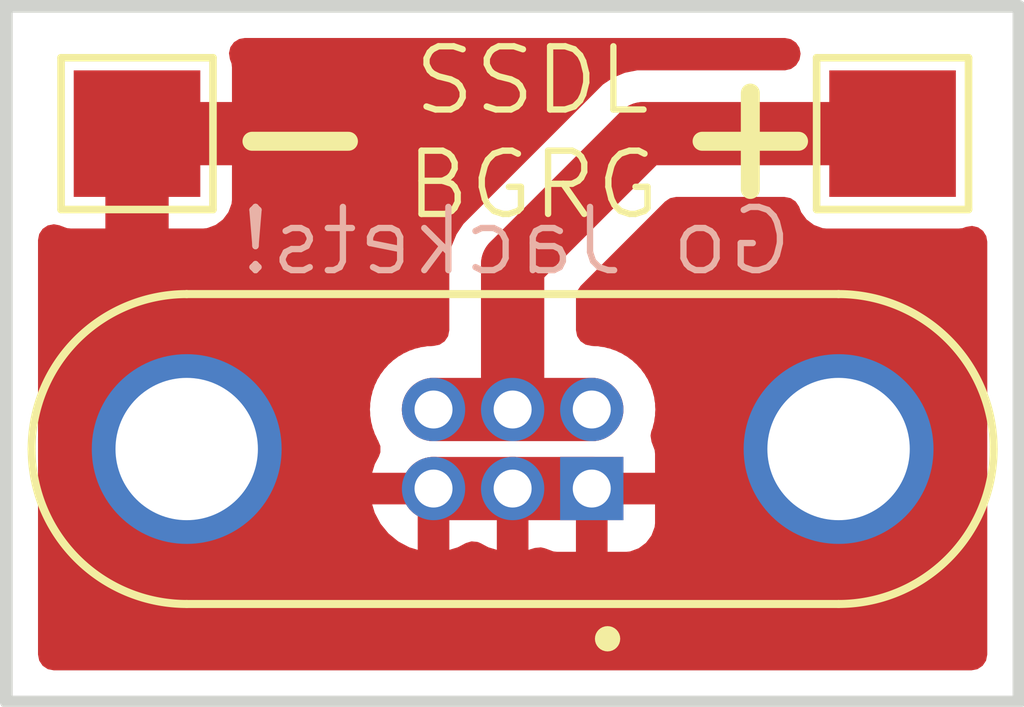
<source format=kicad_pcb>
(kicad_pcb (version 20240108) (generator "pcbnew") (generator_version "8.0")
  (layers (0 "F.Cu" signal) (31 "B.Cu" signal) (34 "B.Paste" user) (35 "F.Paste" user) (36 "B.SilkS" user "B.Silkscreen") (37 "F.SilkS" user "F.Silkscreen") (38 "B.Mask" user) (39 "F.Mask" user) (44 "Edge.Cuts" user))
  (net 0 "")
  (net 1 "positive_terminal")
  (net 2 "negative_terminal")
  (footprint "TestPoint:TestPoint_Pad_2.0x2.0mm" (layer "F.Cu") (at 151.003 104.013)
    (property "Reference" "J3" (hide yes))
    (property "Value" "Solder Pad Positive Out" (hide yes))
    (fp_line (start -1.2 -1.2) (end 1.2 -1.2) (stroke (width 0.12)) (layer "F.SilkS"))
    (fp_line (start -1.2 1.2) (end -1.2 -1.2) (stroke (width 0.12)) (layer "F.SilkS"))
    (fp_line (start 1.2 -1.2) (end 1.2 1.2) (stroke (width 0.12)) (layer "F.SilkS"))
    (fp_line (start 1.2 1.2) (end -1.2 1.2) (stroke (width 0.12)) (layer "F.SilkS"))
    (pad "1" smd rect (at 0 0) (size 2 2) (layers "F.Cu" "F.Mask") (net 1 "positive_terminal"))
  )
  (footprint "G125-FV10605F3P:HARWIN_G125-FV10605F3P" (layer "F.Cu") (at 145 109)
    (property "Reference" "J1" (hide yes))
    (property "Value" "G125-FV10605F3P" (hide yes))
    (fp_line (start -5.15 -2.45) (end 5.15 -2.45) (stroke (width 0.127)) (layer "F.SilkS"))
    (fp_line (start 5.15 2.45) (end -5.15 2.45) (stroke (width 0.127)) (layer "F.SilkS"))
    (fp_arc (start -7.6 0) (mid -6.882412 -1.732412) (end -5.15 -2.45) (stroke (width 0.127)) (layer "F.SilkS"))
    (fp_arc (start -5.15 2.45) (mid -6.882412 1.732412) (end -7.6 0) (stroke (width 0.127)) (layer "F.SilkS"))
    (fp_arc (start 5.15 -2.45) (mid 6.882412 -1.732412) (end 7.6 0) (stroke (width 0.127)) (layer "F.SilkS"))
    (fp_arc (start 7.6 0) (mid 6.882412 1.732412) (end 5.15 2.45) (stroke (width 0.127)) (layer "F.SilkS"))
    (fp_circle (center 1.5 3) (end 1.6 3) (stroke (width 0.2)) (fill none) (layer "F.SilkS"))
    (pad "" thru_hole circle (at -5.15 0) (size 3 3) (drill 2.25) (layers "*.Cu" "*.Mask") (net 2 "negative_terminal"))
    (pad "" thru_hole circle (at 5.15 0) (size 3 3) (drill 2.25) (layers "*.Cu" "*.Mask") (net 2 "negative_terminal"))
    (pad "1" thru_hole rect (at 1.25 0.625) (size 1 1) (drill 0.6) (layers "*.Cu" "*.Mask") (net 2 "negative_terminal"))
    (pad "2" thru_hole circle (at 0 0.625) (size 1 1) (drill 0.6) (layers "*.Cu" "*.Mask") (net 2 "negative_terminal"))
    (pad "3" thru_hole circle (at -1.25 0.625) (size 1 1) (drill 0.6) (layers "*.Cu" "*.Mask") (net 2 "negative_terminal"))
    (pad "4" thru_hole circle (at 1.25 -0.625) (size 1 1) (drill 0.6) (layers "*.Cu" "*.Mask") (net 1 "positive_terminal"))
    (pad "5" thru_hole circle (at 0 -0.625) (size 1 1) (drill 0.6) (layers "*.Cu" "*.Mask") (net 1 "positive_terminal"))
    (pad "6" thru_hole circle (at -1.25 -0.625) (size 1 1) (drill 0.6) (layers "*.Cu" "*.Mask") (net 1 "positive_terminal"))
  )
  (footprint "TestPoint:TestPoint_Pad_2.0x2.0mm" (layer "F.Cu") (at 139.065 104.013)
    (property "Reference" "J2" (hide yes))
    (property "Value" "Solder Pad Negative Out" (hide yes))
    (fp_line (start -1.2 -1.2) (end 1.2 -1.2) (stroke (width 0.12)) (layer "F.SilkS"))
    (fp_line (start -1.2 1.2) (end -1.2 -1.2) (stroke (width 0.12)) (layer "F.SilkS"))
    (fp_line (start 1.2 -1.2) (end 1.2 1.2) (stroke (width 0.12)) (layer "F.SilkS"))
    (fp_line (start 1.2 1.2) (end -1.2 1.2) (stroke (width 0.12)) (layer "F.SilkS"))
    (pad "1" smd rect (at 0 0) (size 2 2) (layers "F.Cu" "F.Mask") (net 2 "negative_terminal"))
  )
  (gr_rect (start 137 102) (end 153 113) (stroke (width 0.2)) (fill none) (layer "Edge.Cuts"))
  (gr_text "Go Jackets!" (at 149.479 106.299 0) (layer "B.SilkS") (effects (font (size 1 1) (thickness 0.1)) (justify left bottom mirror)))
  (gr_text "BGRG" (at 143.256 105.41 0) (layer "F.SilkS") (effects (font (size 1 1) (thickness 0.1)) (justify left bottom)))
  (gr_text "+" (at 147.32 105.156 0) (layer "F.SilkS") (effects (font (size 2 2) (thickness 0.3) (bold yes)) (justify left bottom)))
  (gr_text "-" (at 140.208 105.156 0) (layer "F.SilkS") (effects (font (size 2 2) (thickness 0.3) (bold yes)) (justify left bottom)))
  (gr_text "SSDL" (at 143.383 103.759 0) (layer "F.SilkS") (effects (font (size 1 1) (thickness 0.1)) (justify left bottom)))
  (segment (start 151.003 104.013) (end 147.066 104.013) (width 1) (layer "F.Cu") (net 1))
  (segment (start 143.75 108.375) (end 145 108.375) (width 1) (layer "F.Cu") (net 1))
  (segment (start 147.066 104.013) (end 145 106.079) (width 1) (layer "F.Cu") (net 1))
  (segment (start 146.25 108.375) (end 145 108.375) (width 1) (layer "F.Cu") (net 1))
  (segment (start 145 106.079) (end 145 108.375) (width 1) (layer "F.Cu") (net 1))
  (segment (start 143.75 109.625) (end 142.5462 109.625) (width 0.5) (layer "F.Cu") (net 2))
  (segment (start 146.25 109.625) (end 146.25 110.944) (width 0.5) (layer "F.Cu") (net 2))
  (segment (start 146.25 109.625) (end 147.2678 109.625) (width 0.5) (layer "F.Cu") (net 2))
  (segment (start 150.15 111.6944) (end 150.1648 111.7092) (width 0.2) (layer "F.Cu") (net 2))
  (segment (start 142.5462 109.625) (end 142.5448 109.6264) (width 0.5) (layer "F.Cu") (net 2))
  (segment (start 145 109.625) (end 146.25 109.625) (width 1) (layer "F.Cu") (net 2))
  (segment (start 143.75 109.625) (end 145 109.625) (width 1) (layer "F.Cu") (net 2))
  (segment (start 143.75 109.625) (end 143.75 110.8824) (width 0.5) (layer "F.Cu") (net 2))
  (segment (start 146.25 110.944) (end 146.2532 110.9472) (width 0.5) (layer "F.Cu") (net 2))
  (segment (start 145 109.625) (end 145 110.871) (width 0.5) (layer "F.Cu") (net 2))
  (zone (net 2) (net_name "negative_terminal") (layer "F.Cu") (connect_pads (clearance 0.5)) (min_thickness 0.5) (fill yes (thermal_gap 0.5) (thermal_bridge_width 1))
    (polygon (pts (xy 137.033 113.03) (xy 152.908 112.903) (xy 152.908 102.108) (xy 137.033 102.108)))
  )
)
</source>
